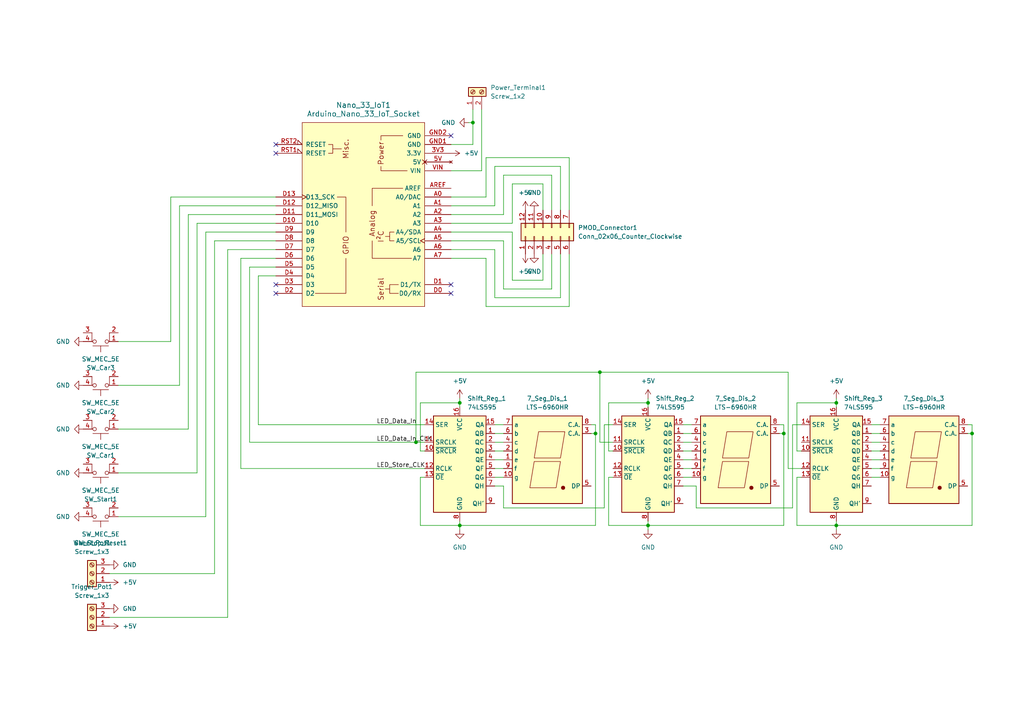
<source format=kicad_sch>
(kicad_sch (version 20230121) (generator eeschema)
  (paper "A4")
  (lib_symbols
    (symbol "74xx:74LS595"
      (property "Reference" "U" (at -7.62 13.97 0))
      (property "Value" "74LS595" (at -7.62 -16.51 0))
      (symbol "74LS595_1_0"
        (pin tri_state line (at 10.16 7.62 180) (length 2.54) (name "QB") (number "1"))
        (pin input line (at -10.16 2.54 0) (length 2.54) (name "~{SRCLR}") (number "10"))
        (pin input line (at -10.16 5.08 0) (length 2.54) (name "SRCLK") (number "11"))
        (pin input line (at -10.16 -2.54 0) (length 2.54) (name "RCLK") (number "12"))
        (pin input line (at -10.16 -5.08 0) (length 2.54) (name "~{OE}") (number "13"))
        (pin input line (at -10.16 10.16 0) (length 2.54) (name "SER") (number "14"))
        (pin tri_state line (at 10.16 10.16 180) (length 2.54) (name "QA") (number "15"))
        (pin power_in line (at 0 15.24 270) (length 2.54) (name "VCC") (number "16"))
        (pin tri_state line (at 10.16 5.08 180) (length 2.54) (name "QC") (number "2"))
        (pin tri_state line (at 10.16 2.54 180) (length 2.54) (name "QD") (number "3"))
        (pin tri_state line (at 10.16 0 180) (length 2.54) (name "QE") (number "4"))
        (pin tri_state line (at 10.16 -2.54 180) (length 2.54) (name "QF") (number "5"))
        (pin tri_state line (at 10.16 -5.08 180) (length 2.54) (name "QG") (number "6"))
        (pin tri_state line (at 10.16 -7.62 180) (length 2.54) (name "QH") (number "7"))
        (pin power_in line (at 0 -17.78 90) (length 2.54) (name "GND") (number "8"))
        (pin output line (at 10.16 -12.7 180) (length 2.54) (name "QH'") (number "9"))
      )
      (symbol "74LS595_1_1"
        (rectangle (start -7.62 12.7) (end 7.62 -15.24) (stroke (width 0.254)) (fill (type background)))
      )
    )
    (symbol "Connector:Screw_Terminal_01x02" (pin_names (offset 1.016) hide)
      (property "Reference" "J" (at 0 2.54 0))
      (property "Value" "Screw_Terminal_01x02" (at 0 -5.08 0))
      (symbol "Screw_Terminal_01x02_1_1"
        (rectangle (start -1.27 1.27) (end 1.27 -3.81) (stroke (width 0.254)) (fill (type background)))
        (circle (center 0 -2.54) (radius 0.635) (stroke (width 0.1524)))
        (polyline (pts (xy -0.5334 -2.2098) (xy 0.3302 -3.048)) (stroke (width 0.1524)))
        (polyline (pts (xy -0.5334 0.3302) (xy 0.3302 -0.508)) (stroke (width 0.1524)))
        (polyline (pts (xy -0.3556 -2.032) (xy 0.508 -2.8702)) (stroke (width 0.1524)))
        (polyline (pts (xy -0.3556 0.508) (xy 0.508 -0.3302)) (stroke (width 0.1524)))
        (circle (center 0 0) (radius 0.635) (stroke (width 0.1524)))
        (pin passive line (at -5.08 0 0) (length 3.81) (name "Pin_1") (number "1"))
        (pin passive line (at -5.08 -2.54 0) (length 3.81) (name "Pin_2") (number "2"))
      )
    )
    (symbol "Connector:Screw_Terminal_01x03" (pin_names (offset 1.016) hide)
      (property "Reference" "J" (at 0 5.08 0))
      (property "Value" "Screw_Terminal_01x03" (at 0 -5.08 0))
      (symbol "Screw_Terminal_01x03_1_1"
        (rectangle (start -1.27 3.81) (end 1.27 -3.81) (stroke (width 0.254)) (fill (type background)))
        (circle (center 0 -2.54) (radius 0.635) (stroke (width 0.1524)))
        (polyline (pts (xy -0.5334 -2.2098) (xy 0.3302 -3.048)) (stroke (width 0.1524)))
        (polyline (pts (xy -0.5334 0.3302) (xy 0.3302 -0.508)) (stroke (width 0.1524)))
        (polyline (pts (xy -0.5334 2.8702) (xy 0.3302 2.032)) (stroke (width 0.1524)))
        (polyline (pts (xy -0.3556 -2.032) (xy 0.508 -2.8702)) (stroke (width 0.1524)))
        (polyline (pts (xy -0.3556 0.508) (xy 0.508 -0.3302)) (stroke (width 0.1524)))
        (polyline (pts (xy -0.3556 3.048) (xy 0.508 2.2098)) (stroke (width 0.1524)))
        (circle (center 0 0) (radius 0.635) (stroke (width 0.1524)))
        (circle (center 0 2.54) (radius 0.635) (stroke (width 0.1524)))
        (pin passive line (at -5.08 2.54 0) (length 3.81) (name "Pin_1") (number "1"))
        (pin passive line (at -5.08 0 0) (length 3.81) (name "Pin_2") (number "2"))
        (pin passive line (at -5.08 -2.54 0) (length 3.81) (name "Pin_3") (number "3"))
      )
    )
    (symbol "Connector_Generic:Conn_02x06_Counter_Clockwise" (pin_names (offset 1.016) hide)
      (property "Reference" "J" (at 1.27 7.62 0))
      (property "Value" "Conn_02x06_Counter_Clockwise" (at 1.27 -10.16 0))
      (symbol "Conn_02x06_Counter_Clockwise_1_1"
        (rectangle (start -1.27 -7.493) (end 0 -7.747) (stroke (width 0.1524)))
        (rectangle (start -1.27 -4.953) (end 0 -5.207) (stroke (width 0.1524)))
        (rectangle (start -1.27 -2.413) (end 0 -2.667) (stroke (width 0.1524)))
        (rectangle (start -1.27 0.127) (end 0 -0.127) (stroke (width 0.1524)))
        (rectangle (start -1.27 2.667) (end 0 2.413) (stroke (width 0.1524)))
        (rectangle (start -1.27 5.207) (end 0 4.953) (stroke (width 0.1524)))
        (rectangle (start -1.27 6.35) (end 3.81 -8.89) (stroke (width 0.254)) (fill (type background)))
        (rectangle (start 3.81 -7.493) (end 2.54 -7.747) (stroke (width 0.1524)))
        (rectangle (start 3.81 -4.953) (end 2.54 -5.207) (stroke (width 0.1524)))
        (rectangle (start 3.81 -2.413) (end 2.54 -2.667) (stroke (width 0.1524)))
        (rectangle (start 3.81 0.127) (end 2.54 -0.127) (stroke (width 0.1524)))
        (rectangle (start 3.81 2.667) (end 2.54 2.413) (stroke (width 0.1524)))
        (rectangle (start 3.81 5.207) (end 2.54 4.953) (stroke (width 0.1524)))
        (pin passive line (at -5.08 5.08 0) (length 3.81) (name "Pin_1") (number "1"))
        (pin passive line (at 7.62 0 180) (length 3.81) (name "Pin_10") (number "10"))
        (pin passive line (at 7.62 2.54 180) (length 3.81) (name "Pin_11") (number "11"))
        (pin passive line (at 7.62 5.08 180) (length 3.81) (name "Pin_12") (number "12"))
        (pin passive line (at -5.08 2.54 0) (length 3.81) (name "Pin_2") (number "2"))
        (pin passive line (at -5.08 0 0) (length 3.81) (name "Pin_3") (number "3"))
        (pin passive line (at -5.08 -2.54 0) (length 3.81) (name "Pin_4") (number "4"))
        (pin passive line (at -5.08 -5.08 0) (length 3.81) (name "Pin_5") (number "5"))
        (pin passive line (at -5.08 -7.62 0) (length 3.81) (name "Pin_6") (number "6"))
        (pin passive line (at 7.62 -7.62 180) (length 3.81) (name "Pin_7") (number "7"))
        (pin passive line (at 7.62 -5.08 180) (length 3.81) (name "Pin_8") (number "8"))
        (pin passive line (at 7.62 -2.54 180) (length 3.81) (name "Pin_9") (number "9"))
      )
    )
    (symbol "Display_Character:LTS-6960HR"
      (property "Reference" "AFF" (at -7.874 13.97 0))
      (property "Value" "LTS-6960HR" (at -2.032 13.97 0))
      (symbol "LTS-6960HR_0_1"
        (rectangle (start -10.16 12.7) (end 10.16 -12.7) (stroke (width 0.254)) (fill (type background)))
        (polyline (pts (xy -3.81 -0.508) (xy 3.81 -0.508) (xy 2.54 -8.128) (xy -5.08 -8.128) (xy -3.81 -0.508) (xy -3.81 -0.508)))
        (polyline (pts (xy -2.54 8.128) (xy 5.08 8.128) (xy 3.81 0.508) (xy -3.81 0.508) (xy -2.54 8.128) (xy -2.54 8.128)))
        (circle (center 4.572 -8.128) (radius 0.508) (fill (type outline)))
      )
      (symbol "LTS-6960HR_1_1"
        (pin passive line (at -12.7 0 0) (length 2.54) (name "e") (number "1"))
        (pin passive line (at -12.7 -5.08 0) (length 2.54) (name "g") (number "10"))
        (pin passive line (at -12.7 2.54 0) (length 2.54) (name "d") (number "2"))
        (pin passive line (at 12.7 7.62 180) (length 2.54) (name "C.A.") (number "3"))
        (pin passive line (at -12.7 5.08 0) (length 2.54) (name "c") (number "4"))
        (pin passive line (at 12.7 -7.62 180) (length 2.54) (name "DP") (number "5"))
        (pin passive line (at -12.7 7.62 0) (length 2.54) (name "b") (number "6"))
        (pin passive line (at -12.7 10.16 0) (length 2.54) (name "a") (number "7"))
        (pin passive line (at 12.7 10.16 180) (length 2.54) (name "C.A.") (number "8"))
        (pin passive line (at -12.7 -2.54 0) (length 2.54) (name "f") (number "9"))
      )
    )
    (symbol "Switch:SW_MEC_5E" (pin_names (offset 1.016) hide)
      (property "Reference" "SW" (at 0.635 5.715 0))
      (property "Value" "SW_MEC_5E" (at 0 -3.175 0))
      (symbol "SW_MEC_5E_0_1"
        (circle (center -1.778 2.54) (radius 0.508))
        (polyline (pts (xy -2.286 3.81) (xy 2.286 3.81)))
        (polyline (pts (xy 0 3.81) (xy 0 5.588)))
        (polyline (pts (xy -2.54 0) (xy -2.54 2.54) (xy -2.286 2.54)))
        (polyline (pts (xy 2.54 0) (xy 2.54 2.54) (xy 2.286 2.54)))
        (circle (center 1.778 2.54) (radius 0.508))
        (pin passive line (at -5.08 2.54 0) (length 2.54) (name "1") (number "1"))
        (pin passive line (at -5.08 0 0) (length 2.54) (name "2") (number "2"))
        (pin passive line (at 5.08 0 180) (length 2.54) (name "K") (number "3"))
        (pin passive line (at 5.08 2.54 180) (length 2.54) (name "A") (number "4"))
      )
    )
    (symbol "arduino-library:Arduino_Nano_33_IoT_Socket" (pin_names (offset 1.016))
      (property "Reference" "A" (at 0 33.02 0))
      (property "Value" "Arduino_Nano_33_IoT_Socket" (at 0 29.21 0))
      (symbol "Arduino_Nano_33_IoT_Socket_0_0"
        (rectangle (start -17.78 26.67) (end 17.78 -26.67) (fill (type background)))
        (polyline (pts (xy -7.62 6.35) (xy -6.35 6.35)))
        (polyline (pts (xy -7.62 21.59) (xy -6.35 21.59)))
        (polyline (pts (xy 8.89 -19.05) (xy 6.35 -19.05)))
        (polyline (pts (xy -11.43 -22.86) (xy -5.08 -22.86) (xy -5.08 -21.59)))
        (polyline (pts (xy -5.08 -13.97) (xy -5.08 -12.7) (xy -12.7 -12.7)))
        (polyline (pts (xy -10.16 22.86) (xy -7.62 22.86) (xy -7.62 20.32) (xy -10.16 20.32)))
        (polyline (pts (xy -8.89 7.62) (xy -7.62 7.62) (xy -7.62 5.08) (xy -8.89 5.08)))
        (text "Analog" (at -2.54 2.54 900) (effects (font (size 1.524 1.524))))
        (text "I²C" (at -5.08 6.35 900) (effects (font (size 1.524 1.524))))
        (text "Misc." (at 5.08 -19.05 900) (effects (font (size 1.524 1.524))))
        (text "Power" (at -5.08 -17.78 900) (effects (font (size 1.524 1.524))))
        (text "Serial" (at -5.08 21.59 900) (effects (font (size 1.524 1.524))))
      )
      (symbol "Arduino_Nano_33_IoT_Socket_0_1"
        (polyline (pts (xy -13.97 12.7) (xy -2.54 12.7) (xy -2.54 7.62)))
        (polyline (pts (xy -11.43 -7.62) (xy -2.54 -7.62) (xy -2.54 -2.54)))
        (polyline (pts (xy 7.62 -5.08) (xy 5.08 -5.08) (xy 5.08 5.08)))
        (polyline (pts (xy 13.97 22.86) (xy 5.08 22.86) (xy 5.08 12.7)))
        (polyline (pts (xy 10.16 -17.78) (xy 8.89 -17.78) (xy 8.89 -20.32) (xy 10.16 -20.32)))
      )
      (symbol "Arduino_Nano_33_IoT_Socket_1_0"
        (text "GPIO" (at 5.08 8.89 900) (effects (font (size 1.524 1.524))))
      )
      (symbol "Arduino_Nano_33_IoT_Socket_1_1"
        (pin power_in line (at -25.4 -17.78 0) (length 7.62) (name "3.3V") (number "3V3"))
        (pin no_connect non_logic (at -25.4 -15.24 0) (length 7.62) (name "5V") (number "5V"))
        (pin bidirectional line (at -25.4 -5.08 0) (length 7.62) (name "A0/DAC") (number "A0"))
        (pin bidirectional line (at -25.4 -2.54 0) (length 7.62) (name "A1") (number "A1"))
        (pin bidirectional line (at -25.4 0 0) (length 7.62) (name "A2") (number "A2"))
        (pin bidirectional line (at -25.4 2.54 0) (length 7.62) (name "A3") (number "A3"))
        (pin bidirectional line (at -25.4 5.08 0) (length 7.62) (name "A4/SDA") (number "A4"))
        (pin bidirectional clock (at -25.4 7.62 0) (length 7.62) (name "A5/SCL") (number "A5"))
        (pin input line (at -25.4 10.16 0) (length 7.62) (name "A6") (number "A6"))
        (pin input line (at -25.4 12.7 0) (length 7.62) (name "A7") (number "A7"))
        (pin input line (at -25.4 -7.62 0) (length 7.62) (name "AREF") (number "AREF"))
        (pin bidirectional line (at -25.4 22.86 0) (length 7.62) (name "D0/RX") (number "D0"))
        (pin bidirectional line (at -25.4 20.32 0) (length 7.62) (name "D1/TX") (number "D1"))
        (pin bidirectional line (at 25.4 2.54 180) (length 7.62) (name "D10") (number "D10"))
        (pin bidirectional line (at 25.4 0 180) (length 7.62) (name "D11_MOSI") (number "D11"))
        (pin bidirectional line (at 25.4 -2.54 180) (length 7.62) (name "D12_MISO") (number "D12"))
        (pin bidirectional clock (at 25.4 -5.08 180) (length 7.62) (name "D13_SCK") (number "D13"))
        (pin bidirectional line (at 25.4 22.86 180) (length 7.62) (name "D2") (number "D2"))
        (pin bidirectional line (at 25.4 20.32 180) (length 7.62) (name "D3") (number "D3"))
        (pin bidirectional line (at 25.4 17.78 180) (length 7.62) (name "D4") (number "D4"))
        (pin bidirectional line (at 25.4 15.24 180) (length 7.62) (name "D5") (number "D5"))
        (pin bidirectional line (at 25.4 12.7 180) (length 7.62) (name "D6") (number "D6"))
        (pin bidirectional line (at 25.4 10.16 180) (length 7.62) (name "D7") (number "D7"))
        (pin bidirectional line (at 25.4 7.62 180) (length 7.62) (name "D8") (number "D8"))
        (pin bidirectional line (at 25.4 5.08 180) (length 7.62) (name "D9") (number "D9"))
        (pin power_in line (at -25.4 -20.32 0) (length 7.62) (name "GND") (number "GND1"))
        (pin power_in line (at -25.4 -22.86 0) (length 7.62) (name "GND") (number "GND2"))
        (pin open_collector input_low (at 25.4 -17.78 180) (length 7.62) (name "RESET") (number "RST1"))
        (pin open_collector input_low (at 25.4 -20.32 180) (length 7.62) (name "RESET") (number "RST2"))
        (pin power_in line (at -25.4 -12.7 0) (length 7.62) (name "VIN") (number "VIN"))
      )
    )
    (symbol "power:+5V" (power) (pin_names (offset 0))
      (property "Value" "+5V" (at 0 3.556 0))
      (symbol "+5V_0_1"
        (polyline (pts (xy -0.762 1.27) (xy 0 2.54)))
        (polyline (pts (xy 0 0) (xy 0 2.54)))
        (polyline (pts (xy 0 2.54) (xy 0.762 1.27)))
      )
      (symbol "+5V_1_1"
        (pin power_in line (at 0 0 90) (length 0) hide (name "+5V") (number "1"))
      )
    )
    (symbol "power:GND" (power) (pin_names (offset 0))
      (property "Value" "GND" (at 0 -3.81 0))
      (symbol "GND_0_1"
        (polyline (pts (xy 0 0) (xy 0 -1.27) (xy 1.27 -1.27) (xy 0 -2.54) (xy -1.27 -1.27) (xy 0 -1.27)))
      )
      (symbol "GND_1_1"
        (pin power_in line (at 0 0 270) (length 0) hide (name "GND") (number "1"))
      )
    )
  )
  (junction (at 120.65 128.27))
  (junction (at 227.33 125.73))
  (junction (at 242.57 116.84))
  (junction (at 133.35 152.4))
  (junction (at 281.94 125.73))
  (junction (at 173.99 107.95))
  (junction (at 137.16 35.56))
  (junction (at 172.72 125.73))
  (junction (at 242.57 152.4))
  (junction (at 133.35 116.84))
  (junction (at 187.96 116.84))
  (junction (at 187.96 152.4))
  (no_connect (at 130.81 82.55))
  (no_connect (at 80.01 44.45))
  (no_connect (at 130.81 85.09))
  (no_connect (at 130.81 39.37))
  (no_connect (at 80.01 85.09))
  (no_connect (at 80.01 41.91))
  (no_connect (at 80.01 82.55))
  (wire (pts (xy 177.8 130.81) (xy 176.53 130.81)))
  (wire (pts (xy 177.8 128.27) (xy 173.99 128.27)))
  (wire (pts (xy 252.73 130.81) (xy 255.27 130.81)))
  (wire (pts (xy 228.6 107.95) (xy 173.99 107.95)))
  (wire (pts (xy 160.02 83.82) (xy 146.05 83.82)))
  (wire (pts (xy 123.19 130.81) (xy 121.92 130.81)))
  (wire (pts (xy 157.48 53.34) (xy 148.59 53.34)))
  (wire (pts (xy 252.73 125.73) (xy 255.27 125.73)))
  (wire (pts (xy 242.57 115.57) (xy 242.57 116.84)))
  (wire (pts (xy 69.85 135.89) (xy 123.19 135.89)))
  (wire (pts (xy 198.12 135.89) (xy 200.66 135.89)))
  (wire (pts (xy 66.04 72.39) (xy 66.04 179.07)))
  (wire (pts (xy 140.97 88.9) (xy 140.97 74.93)))
  (wire (pts (xy 201.93 147.32) (xy 229.87 147.32)))
  (wire (pts (xy 121.92 130.81) (xy 121.92 116.84)))
  (wire (pts (xy 162.56 48.26) (xy 143.51 48.26)))
  (wire (pts (xy 160.02 60.96) (xy 160.02 50.8)))
  (wire (pts (xy 187.96 152.4) (xy 176.53 152.4)))
  (wire (pts (xy 137.16 41.91) (xy 130.81 41.91)))
  (wire (pts (xy 143.51 130.81) (xy 146.05 130.81)))
  (wire (pts (xy 143.51 48.26) (xy 143.51 59.69)))
  (wire (pts (xy 148.59 53.34) (xy 148.59 64.77)))
  (wire (pts (xy 176.53 138.43) (xy 177.8 138.43)))
  (wire (pts (xy 226.06 125.73) (xy 227.33 125.73)))
  (wire (pts (xy 232.41 130.81) (xy 231.14 130.81)))
  (wire (pts (xy 130.81 49.53) (xy 139.7 49.53)))
  (wire (pts (xy 198.12 123.19) (xy 200.66 123.19)))
  (wire (pts (xy 173.99 107.95) (xy 173.99 128.27)))
  (wire (pts (xy 252.73 135.89) (xy 255.27 135.89)))
  (wire (pts (xy 34.29 149.86) (xy 59.69 149.86)))
  (wire (pts (xy 74.93 123.19) (xy 123.19 123.19)))
  (wire (pts (xy 137.16 31.75) (xy 137.16 35.56)))
  (wire (pts (xy 242.57 151.13) (xy 242.57 152.4)))
  (wire (pts (xy 52.07 59.69) (xy 52.07 111.76)))
  (wire (pts (xy 143.51 123.19) (xy 146.05 123.19)))
  (wire (pts (xy 280.67 123.19) (xy 281.94 123.19)))
  (wire (pts (xy 281.94 125.73) (xy 281.94 152.4)))
  (wire (pts (xy 146.05 69.85) (xy 130.81 69.85)))
  (wire (pts (xy 160.02 73.66) (xy 160.02 83.82)))
  (wire (pts (xy 157.48 73.66) (xy 157.48 81.28)))
  (wire (pts (xy 198.12 125.73) (xy 200.66 125.73)))
  (wire (pts (xy 227.33 123.19) (xy 227.33 125.73)))
  (wire (pts (xy 187.96 115.57) (xy 187.96 116.84)))
  (wire (pts (xy 187.96 152.4) (xy 187.96 153.67)))
  (wire (pts (xy 120.65 107.95) (xy 120.65 128.27)))
  (wire (pts (xy 120.65 128.27) (xy 123.19 128.27)))
  (wire (pts (xy 165.1 60.96) (xy 165.1 45.72)))
  (wire (pts (xy 252.73 128.27) (xy 255.27 128.27)))
  (wire (pts (xy 227.33 152.4) (xy 187.96 152.4)))
  (wire (pts (xy 146.05 147.32) (xy 175.26 147.32)))
  (wire (pts (xy 72.39 128.27) (xy 120.65 128.27)))
  (wire (pts (xy 121.92 138.43) (xy 123.19 138.43)))
  (wire (pts (xy 133.35 152.4) (xy 121.92 152.4)))
  (wire (pts (xy 281.94 123.19) (xy 281.94 125.73)))
  (wire (pts (xy 157.48 60.96) (xy 157.48 53.34)))
  (wire (pts (xy 198.12 133.35) (xy 200.66 133.35)))
  (wire (pts (xy 146.05 83.82) (xy 146.05 69.85)))
  (wire (pts (xy 140.97 57.15) (xy 130.81 57.15)))
  (wire (pts (xy 59.69 67.31) (xy 59.69 149.86)))
  (wire (pts (xy 80.01 62.23) (xy 54.61 62.23)))
  (wire (pts (xy 201.93 140.97) (xy 201.93 147.32)))
  (wire (pts (xy 252.73 133.35) (xy 255.27 133.35)))
  (wire (pts (xy 137.16 35.56) (xy 137.16 41.91)))
  (wire (pts (xy 198.12 128.27) (xy 200.66 128.27)))
  (wire (pts (xy 160.02 50.8) (xy 146.05 50.8)))
  (wire (pts (xy 280.67 125.73) (xy 281.94 125.73)))
  (wire (pts (xy 175.26 147.32) (xy 175.26 123.19)))
  (wire (pts (xy 143.51 128.27) (xy 146.05 128.27)))
  (wire (pts (xy 146.05 50.8) (xy 146.05 62.23)))
  (wire (pts (xy 80.01 72.39) (xy 66.04 72.39)))
  (wire (pts (xy 187.96 116.84) (xy 187.96 118.11)))
  (wire (pts (xy 80.01 57.15) (xy 49.53 57.15)))
  (wire (pts (xy 143.51 59.69) (xy 130.81 59.69)))
  (wire (pts (xy 165.1 88.9) (xy 140.97 88.9)))
  (wire (pts (xy 162.56 60.96) (xy 162.56 48.26)))
  (wire (pts (xy 172.72 123.19) (xy 172.72 125.73)))
  (wire (pts (xy 72.39 128.27) (xy 72.39 77.47)))
  (wire (pts (xy 120.65 107.95) (xy 173.99 107.95)))
  (wire (pts (xy 143.51 86.36) (xy 143.51 72.39)))
  (wire (pts (xy 227.33 125.73) (xy 227.33 152.4)))
  (wire (pts (xy 34.29 111.76) (xy 52.07 111.76)))
  (wire (pts (xy 231.14 152.4) (xy 231.14 138.43)))
  (wire (pts (xy 31.75 179.07) (xy 66.04 179.07)))
  (wire (pts (xy 57.15 64.77) (xy 57.15 137.16)))
  (wire (pts (xy 232.41 135.89) (xy 228.6 135.89)))
  (wire (pts (xy 242.57 152.4) (xy 242.57 153.67)))
  (wire (pts (xy 175.26 123.19) (xy 177.8 123.19)))
  (wire (pts (xy 140.97 45.72) (xy 140.97 57.15)))
  (wire (pts (xy 146.05 62.23) (xy 130.81 62.23)))
  (wire (pts (xy 135.89 35.56) (xy 137.16 35.56)))
  (wire (pts (xy 228.6 135.89) (xy 228.6 107.95)))
  (wire (pts (xy 198.12 140.97) (xy 201.93 140.97)))
  (wire (pts (xy 72.39 77.47) (xy 80.01 77.47)))
  (wire (pts (xy 176.53 116.84) (xy 187.96 116.84)))
  (wire (pts (xy 143.51 138.43) (xy 146.05 138.43)))
  (wire (pts (xy 242.57 116.84) (xy 242.57 118.11)))
  (wire (pts (xy 74.93 123.19) (xy 74.93 80.01)))
  (wire (pts (xy 133.35 152.4) (xy 133.35 153.67)))
  (wire (pts (xy 198.12 130.81) (xy 200.66 130.81)))
  (wire (pts (xy 69.85 135.89) (xy 69.85 74.93)))
  (wire (pts (xy 140.97 74.93) (xy 130.81 74.93)))
  (wire (pts (xy 143.51 72.39) (xy 130.81 72.39)))
  (wire (pts (xy 31.75 166.37) (xy 62.23 166.37)))
  (wire (pts (xy 143.51 125.73) (xy 146.05 125.73)))
  (wire (pts (xy 242.57 152.4) (xy 231.14 152.4)))
  (wire (pts (xy 172.72 125.73) (xy 172.72 152.4)))
  (wire (pts (xy 146.05 140.97) (xy 146.05 147.32)))
  (wire (pts (xy 231.14 130.81) (xy 231.14 116.84)))
  (wire (pts (xy 252.73 123.19) (xy 255.27 123.19)))
  (wire (pts (xy 49.53 99.06) (xy 34.29 99.06)))
  (wire (pts (xy 229.87 147.32) (xy 229.87 123.19)))
  (wire (pts (xy 80.01 64.77) (xy 57.15 64.77)))
  (wire (pts (xy 231.14 138.43) (xy 232.41 138.43)))
  (wire (pts (xy 143.51 135.89) (xy 146.05 135.89)))
  (wire (pts (xy 176.53 130.81) (xy 176.53 116.84)))
  (wire (pts (xy 231.14 116.84) (xy 242.57 116.84)))
  (wire (pts (xy 34.29 137.16) (xy 57.15 137.16)))
  (wire (pts (xy 80.01 59.69) (xy 52.07 59.69)))
  (wire (pts (xy 133.35 115.57) (xy 133.35 116.84)))
  (wire (pts (xy 74.93 80.01) (xy 80.01 80.01)))
  (wire (pts (xy 62.23 69.85) (xy 62.23 166.37)))
  (wire (pts (xy 54.61 62.23) (xy 54.61 124.46)))
  (wire (pts (xy 162.56 86.36) (xy 143.51 86.36)))
  (wire (pts (xy 34.29 124.46) (xy 54.61 124.46)))
  (wire (pts (xy 121.92 152.4) (xy 121.92 138.43)))
  (wire (pts (xy 148.59 64.77) (xy 130.81 64.77)))
  (wire (pts (xy 148.59 81.28) (xy 148.59 67.31)))
  (wire (pts (xy 157.48 81.28) (xy 148.59 81.28)))
  (wire (pts (xy 49.53 57.15) (xy 49.53 99.06)))
  (wire (pts (xy 165.1 73.66) (xy 165.1 88.9)))
  (wire (pts (xy 281.94 152.4) (xy 242.57 152.4)))
  (wire (pts (xy 143.51 133.35) (xy 146.05 133.35)))
  (wire (pts (xy 176.53 152.4) (xy 176.53 138.43)))
  (wire (pts (xy 172.72 152.4) (xy 133.35 152.4)))
  (wire (pts (xy 80.01 69.85) (xy 62.23 69.85)))
  (wire (pts (xy 171.45 123.19) (xy 172.72 123.19)))
  (wire (pts (xy 229.87 123.19) (xy 232.41 123.19)))
  (wire (pts (xy 143.51 140.97) (xy 146.05 140.97)))
  (wire (pts (xy 133.35 151.13) (xy 133.35 152.4)))
  (wire (pts (xy 130.81 67.31) (xy 148.59 67.31)))
  (wire (pts (xy 198.12 138.43) (xy 200.66 138.43)))
  (wire (pts (xy 187.96 151.13) (xy 187.96 152.4)))
  (wire (pts (xy 226.06 123.19) (xy 227.33 123.19)))
  (wire (pts (xy 80.01 67.31) (xy 59.69 67.31)))
  (wire (pts (xy 69.85 74.93) (xy 80.01 74.93)))
  (wire (pts (xy 139.7 49.53) (xy 139.7 31.75)))
  (wire (pts (xy 121.92 116.84) (xy 133.35 116.84)))
  (wire (pts (xy 165.1 45.72) (xy 140.97 45.72)))
  (wire (pts (xy 171.45 125.73) (xy 172.72 125.73)))
  (wire (pts (xy 252.73 138.43) (xy 255.27 138.43)))
  (wire (pts (xy 133.35 116.84) (xy 133.35 118.11)))
  (wire (pts (xy 162.56 73.66) (xy 162.56 86.36)))
  (label "LED_Data_In_CLK" (at 109.22 128.27 0))
  (label "LED_Store_CLK" (at 109.22 135.89 0))
  (label "LED_Data_In" (at 109.22 123.19 0))
  (symbol (lib_id "Connector:Screw_Terminal_01x03") (at 26.67 166.37 180) (unit 1)
    (property "Reference" "Wheel_Pot1" (at 26.67 157.48 0))
    (property "Value" "Screw_1x3" (at 26.67 160.02 0))
    (property "Footprint" "TerminalBlock:TerminalBlock_Altech_AK300-3_P5.00mm" (effects hide))
  )
  (symbol (lib_id "power:GND") (at 31.75 163.83 90) (unit 1)
    (property "Reference" "#PWR011" (effects hide))
    (property "Value" "GND" (at 35.56 163.83 90) (effects (justify right)))
  )
  (symbol (lib_id "power:GND") (at 24.13 137.16 270) (unit 1)
    (property "Reference" "#PWR014" (effects hide))
    (property "Value" "GND" (at 20.32 137.16 90) (effects (justify right)))
  )
  (symbol (lib_id "power:+5V") (at 133.35 115.57 0) (unit 1)
    (property "Reference" "#PWR01" (effects hide))
    (property "Value" "+5V" (at 133.35 110.49 0))
  )
  (symbol (lib_id "power:GND") (at 24.13 111.76 270) (unit 1)
    (property "Reference" "#PWR016" (effects hide))
    (property "Value" "GND" (at 20.32 111.76 90) (effects (justify right)))
  )
  (symbol (lib_id "power:GND") (at 242.57 153.67 0) (unit 1)
    (property "Reference" "#PWR06" (effects hide))
    (property "Value" "GND" (at 242.57 158.75 0))
  )
  (symbol (lib_id "power:+5V") (at 187.96 115.57 0) (unit 1)
    (property "Reference" "#PWR03" (effects hide))
    (property "Value" "+5V" (at 187.96 110.49 0))
  )
  (symbol (lib_id "Switch:SW_MEC_5E") (at 29.21 96.52 180) (unit 1)
    (property "Reference" "SW_Car3" (at 29.21 106.68 0))
    (property "Value" "SW_MEC_5E" (at 29.21 104.14 0))
    (property "Datasheet" "http://www.apem.com/int/index.php?controller=attachment&id_attachment=1371" (effects hide))
  )
  (symbol (lib_id "power:+5V") (at 31.75 168.91 270) (unit 1)
    (property "Reference" "#PWR010" (effects hide))
    (property "Value" "+5V" (at 35.56 168.91 90) (effects (justify left)))
  )
  (symbol (lib_id "Switch:SW_MEC_5E") (at 29.21 109.22 180) (unit 1)
    (property "Reference" "SW_Car2" (at 29.21 119.38 0))
    (property "Value" "SW_MEC_5E" (at 29.21 116.84 0))
    (property "Datasheet" "http://www.apem.com/int/index.php?controller=attachment&id_attachment=1371" (effects hide))
  )
  (symbol (lib_id "Connector:Screw_Terminal_01x02") (at 137.16 26.67 90) (unit 1)
    (property "Reference" "Power_Terminal1" (at 142.24 25.4 90) (effects (justify right)))
    (property "Value" "Screw_1x2" (at 142.24 27.94 90) (effects (justify right)))
    (property "Footprint" "TerminalBlock:TerminalBlock_Altech_AK300-2_P5.00mm" (effects hide))
  )
  (symbol (lib_id "Display_Character:LTS-6960HR") (at 267.97 133.35 0) (unit 1)
    (property "Reference" "7_Seg_Dis_3" (at 267.97 115.57 0))
    (property "Value" "LTS-6960HR" (at 267.97 118.11 0))
    (property "Footprint" "Display_7Segment:7SegmentLED_LTS6760_LTS6780" (effects hide))
    (property "Datasheet" "https://datasheet.octopart.com/LTS-6960HR-Lite-On-datasheet-11803242.pdf" (effects hide))
  )
  (symbol (lib_id "Switch:SW_MEC_5E") (at 29.21 134.62 180) (unit 1)
    (property "Reference" "SW_Start1" (at 29.21 144.78 0))
    (property "Value" "SW_MEC_5E" (at 29.21 142.24 0))
    (property "Datasheet" "http://www.apem.com/int/index.php?controller=attachment&id_attachment=1371" (effects hide))
  )
  (symbol (lib_id "Display_Character:LTS-6960HR") (at 213.36 133.35 0) (unit 1)
    (property "Reference" "7_Seg_Dis_2" (at 213.36 115.57 0))
    (property "Value" "LTS-6960HR" (at 213.36 118.11 0))
    (property "Footprint" "Display_7Segment:7SegmentLED_LTS6760_LTS6780" (effects hide))
    (property "Datasheet" "https://datasheet.octopart.com/LTS-6960HR-Lite-On-datasheet-11803242.pdf" (effects hide))
  )
  (symbol (lib_id "Connector_Generic:Conn_02x06_Counter_Clockwise") (at 157.48 68.58 90) (unit 1)
    (property "Reference" "PMOD_Connector1" (at 167.64 66.04 90) (effects (justify right)))
    (property "Value" "Conn_02x06_Counter_Clockwise" (at 167.64 68.58 90) (effects (justify right)))
    (property "Footprint" "Connector_IDC:IDC-Header_2x06_P2.54mm_Horizontal" (effects hide))
  )
  (symbol (lib_id "power:GND") (at 31.75 176.53 90) (unit 1)
    (property "Reference" "#PWR012" (effects hide))
    (property "Value" "GND" (at 35.56 176.53 90) (effects (justify right)))
  )
  (symbol (lib_id "74xx:74LS595") (at 187.96 133.35 0) (unit 1)
    (property "Reference" "Shift_Reg_2" (at 190.1541 115.57 0) (effects (justify left)))
    (property "Value" "74LS595" (at 190.1541 118.11 0) (effects (justify left)))
    (property "Datasheet" "http://www.ti.com/lit/gpn/sn74ls595" (effects hide))
  )
  (symbol (lib_id "74xx:74LS595") (at 242.57 133.35 0) (unit 1)
    (property "Reference" "Shift_Reg_3" (at 244.7641 115.57 0) (effects (justify left)))
    (property "Value" "74LS595" (at 244.7641 118.11 0) (effects (justify left)))
    (property "Datasheet" "http://www.ti.com/lit/gpn/sn74ls595" (effects hide))
  )
  (symbol (lib_id "power:+5V") (at 152.4 60.96 0) (unit 1)
    (property "Reference" "#PWR07" (effects hide))
    (property "Value" "+5V" (at 152.4 55.88 0))
  )
  (symbol (lib_id "power:GND") (at 135.89 35.56 270) (unit 1)
    (property "Reference" "#PWR019" (effects hide))
    (property "Value" "GND" (at 132.08 35.56 90) (effects (justify right)))
  )
  (symbol (lib_id "arduino-library:Arduino_Nano_33_IoT_Socket") (at 105.41 62.23 180) (unit 1)
    (property "Reference" "Nano_33_IoT1" (at 105.41 30.48 0) (effects (font (size 1.524 1.524))))
    (property "Value" "Arduino_Nano_33_IoT_Socket" (at 105.41 33.02 0) (effects (font (size 1.524 1.524))))
    (property "Footprint" "arduino-library:Arduino_Nano_33_IoT_Socket" (effects hide))
    (property "Datasheet" "https://docs.arduino.cc/hardware/nano-33-iot" (effects hide))
  )
  (symbol (lib_id "power:GND") (at 187.96 153.67 0) (unit 1)
    (property "Reference" "#PWR04" (effects hide))
    (property "Value" "GND" (at 187.96 158.75 0))
  )
  (symbol (lib_id "power:+5V") (at 242.57 115.57 0) (unit 1)
    (property "Reference" "#PWR05" (effects hide))
    (property "Value" "+5V" (at 242.57 110.49 0))
  )
  (symbol (lib_id "power:+5V") (at 31.75 181.61 270) (unit 1)
    (property "Reference" "#PWR09" (effects hide))
    (property "Value" "+5V" (at 35.56 181.61 90) (effects (justify left)))
  )
  (symbol (lib_id "74xx:74LS595") (at 133.35 133.35 0) (unit 1)
    (property "Reference" "Shift_Reg_1" (at 135.5441 115.57 0) (effects (justify left)))
    (property "Value" "74LS595" (at 135.5441 118.11 0) (effects (justify left)))
    (property "Datasheet" "http://www.ti.com/lit/gpn/sn74ls595" (effects hide))
  )
  (symbol (lib_id "power:GND") (at 24.13 99.06 270) (unit 1)
    (property "Reference" "#PWR017" (effects hide))
    (property "Value" "GND" (at 20.32 99.06 90) (effects (justify right)))
  )
  (symbol (lib_id "power:GND") (at 133.35 153.67 0) (unit 1)
    (property "Reference" "#PWR02" (effects hide))
    (property "Value" "GND" (at 133.35 158.75 0))
  )
  (symbol (lib_id "Connector:Screw_Terminal_01x03") (at 26.67 179.07 180) (unit 1)
    (property "Reference" "Trigger_Pot1" (at 26.67 170.18 0))
    (property "Value" "Screw_1x3" (at 26.67 172.72 0))
    (property "Footprint" "TerminalBlock:TerminalBlock_Altech_AK300-3_P5.00mm" (effects hide))
  )
  (symbol (lib_id "power:GND") (at 154.94 60.96 180) (unit 1)
    (property "Reference" "#PWR020" (effects hide))
    (property "Value" "GND" (at 154.94 55.88 0))
  )
  (symbol (lib_id "power:+5V") (at 130.81 44.45 270) (unit 1)
    (property "Reference" "#PWR018" (effects hide))
    (property "Value" "+5V" (at 134.62 44.45 90) (effects (justify left)))
  )
  (symbol (lib_id "power:GND") (at 24.13 149.86 270) (unit 1)
    (property "Reference" "#PWR013" (effects hide))
    (property "Value" "GND" (at 20.32 149.86 90) (effects (justify right)))
  )
  (symbol (lib_id "Display_Character:LTS-6960HR") (at 158.75 133.35 0) (unit 1)
    (property "Reference" "7_Seg_Dis_1" (at 158.75 115.57 0))
    (property "Value" "LTS-6960HR" (at 158.75 118.11 0))
    (property "Footprint" "Display_7Segment:7SegmentLED_LTS6760_LTS6780" (effects hide))
    (property "Datasheet" "https://datasheet.octopart.com/LTS-6960HR-Lite-On-datasheet-11803242.pdf" (effects hide))
  )
  (symbol (lib_id "power:GND") (at 24.13 124.46 270) (unit 1)
    (property "Reference" "#PWR015" (effects hide))
    (property "Value" "GND" (at 20.32 124.46 90) (effects (justify right)))
  )
  (symbol (lib_id "power:+5V") (at 152.4 73.66 180) (unit 1)
    (property "Reference" "#PWR08" (effects hide))
    (property "Value" "+5V" (at 152.4 78.74 0))
  )
  (symbol (lib_id "power:GND") (at 154.94 73.66 0) (unit 1)
    (property "Reference" "#PWR021" (effects hide))
    (property "Value" "GND" (at 154.94 78.74 0))
  )
  (symbol (lib_id "Switch:SW_MEC_5E") (at 29.21 147.32 180) (unit 1)
    (property "Reference" "SW_Stop_Reset1" (at 29.21 157.48 0))
    (property "Value" "SW_MEC_5E" (at 29.21 154.94 0))
    (property "Datasheet" "http://www.apem.com/int/index.php?controller=attachment&id_attachment=1371" (effects hide))
  )
  (symbol (lib_id "Switch:SW_MEC_5E") (at 29.21 121.92 180) (unit 1)
    (property "Reference" "SW_Car1" (at 29.21 132.08 0))
    (property "Value" "SW_MEC_5E" (at 29.21 129.54 0))
    (property "Datasheet" "http://www.apem.com/int/index.php?controller=attachment&id_attachment=1371" (effects hide))
  )
)
</source>
